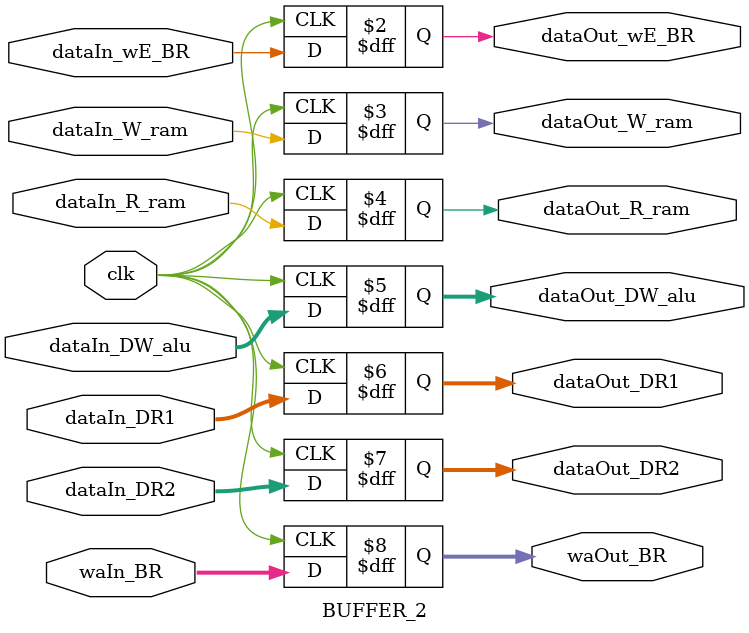
<source format=v>
module BUFFER_2 (
	input dataIn_wE_BR,
	input dataIn_W_ram,
	input dataIn_R_ram,
	input [31:0]dataIn_DW_alu,
	input [31:0]dataIn_DR1,
	input [31:0]dataIn_DR2,
	input [4:0] waIn_BR,
	input clk,
	output reg dataOut_wE_BR,
	output reg dataOut_W_ram,
	output reg dataOut_R_ram,
	output reg [31:0]dataOut_DW_alu,
	output reg [31:0]dataOut_DR1,
	output reg [31:0]dataOut_DR2,
	output reg [4:0] waOut_BR
);

always @(posedge clk) begin
	dataOut_wE_BR = dataIn_wE_BR;
	dataOut_W_ram = dataIn_W_ram;
	dataOut_R_ram = dataIn_R_ram;
	dataOut_DW_alu = dataIn_DW_alu;
	dataOut_DR1 = dataIn_DR1;
	dataOut_DR2 = dataIn_DR2;
	waOut_BR = waIn_BR;
end

endmodule
</source>
